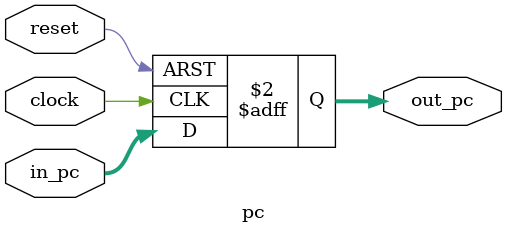
<source format=v>
`timescale 1ns / 1ps


module pc(
    clock, reset, in_pc, out_pc
    );
    input clock, reset;
    input [7:0] in_pc ;
    output reg [7:0] out_pc;
    
    always@(posedge clock or posedge reset)
    begin
    if(reset) 
        out_pc<=8'd0;
    else 
        out_pc <= in_pc;
    end
endmodule


</source>
